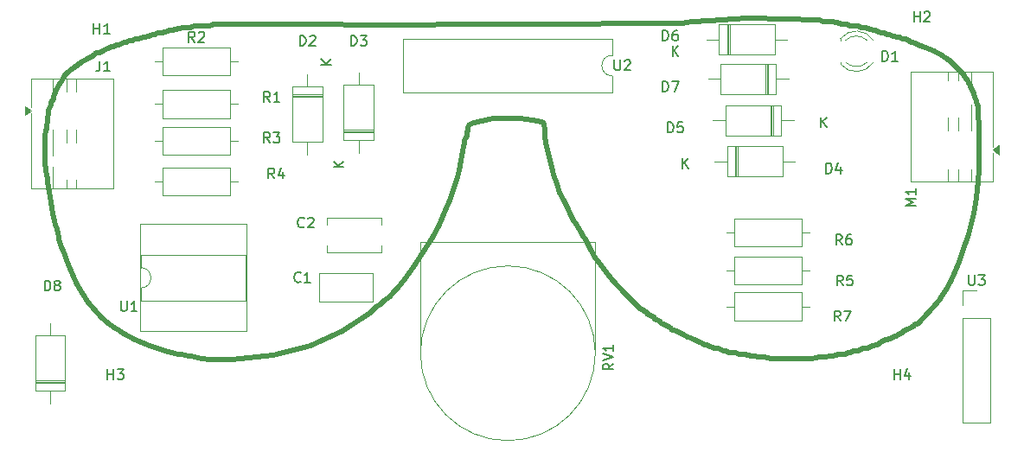
<source format=gbr>
%TF.GenerationSoftware,KiCad,Pcbnew,9.0.1*%
%TF.CreationDate,2025-06-25T16:15:15-04:00*%
%TF.ProjectId,fps555-v5.2,66707335-3535-42d7-9635-2e322e6b6963,rev?*%
%TF.SameCoordinates,Original*%
%TF.FileFunction,Legend,Top*%
%TF.FilePolarity,Positive*%
%FSLAX46Y46*%
G04 Gerber Fmt 4.6, Leading zero omitted, Abs format (unit mm)*
G04 Created by KiCad (PCBNEW 9.0.1) date 2025-06-25 16:15:15*
%MOMM*%
%LPD*%
G01*
G04 APERTURE LIST*
%ADD10C,0.500000*%
%ADD11C,0.150000*%
%ADD12C,0.120000*%
G04 APERTURE END LIST*
D10*
X129022968Y-55711672D02*
X132540823Y-55793954D01*
X132800140Y-55942805D01*
X132849675Y-55975191D01*
X133059576Y-56000378D01*
X133316978Y-56018370D01*
X133612641Y-56024365D01*
X133909026Y-56031325D01*
X134168467Y-56052793D01*
X134377890Y-56082899D01*
X134434501Y-56121041D01*
X134482599Y-56158586D01*
X134601223Y-56189289D01*
X134751394Y-56210640D01*
X134917996Y-56217716D01*
X135084598Y-56224795D01*
X135234769Y-56246144D01*
X135353398Y-56276849D01*
X135401496Y-56314392D01*
X135452712Y-56352173D01*
X135596517Y-56382759D01*
X135777879Y-56404110D01*
X135981544Y-56411067D01*
X136185328Y-56418146D01*
X136366685Y-56439492D01*
X136510496Y-56469961D01*
X136561712Y-56507740D01*
X136608014Y-56545286D01*
X136714285Y-56576110D01*
X136848742Y-56597461D01*
X136996875Y-56604538D01*
X137145007Y-56611617D01*
X137279459Y-56632844D01*
X137385735Y-56663671D01*
X137432033Y-56701213D01*
X137475814Y-56738515D01*
X137568404Y-56769461D01*
X137685357Y-56790813D01*
X137812613Y-56797889D01*
X137944316Y-56808566D01*
X138074576Y-56840469D01*
X138185049Y-56887247D01*
X138253893Y-56942904D01*
X138322738Y-56998555D01*
X138433092Y-57045335D01*
X138563471Y-57077239D01*
X138695168Y-57087913D01*
X138822310Y-57095109D01*
X138939252Y-57116341D01*
X139031972Y-57147284D01*
X139075748Y-57184589D01*
X139114736Y-57221771D01*
X139185620Y-57252959D01*
X139273302Y-57274188D01*
X139365778Y-57281384D01*
X139458373Y-57288460D01*
X139546055Y-57309689D01*
X139616944Y-57340877D01*
X139655926Y-57378059D01*
X139702338Y-57415483D01*
X139810051Y-57446307D01*
X139946433Y-57467658D01*
X140096719Y-57474735D01*
X140242812Y-57481694D01*
X140365871Y-57503162D01*
X140453673Y-57533987D01*
X140477787Y-57571410D01*
X140495291Y-57608471D01*
X140547949Y-57639658D01*
X140625198Y-57661009D01*
X140716590Y-57668086D01*
X140832095Y-57681398D01*
X140986344Y-57724938D01*
X141150316Y-57787430D01*
X141299647Y-57861434D01*
X141441653Y-57935563D01*
X141583669Y-57998052D01*
X141708045Y-58043032D01*
X141783136Y-58054907D01*
X141858217Y-58066780D01*
X141982604Y-58111641D01*
X142124620Y-58174252D01*
X142266636Y-58248256D01*
X142406722Y-58322263D01*
X142543104Y-58384874D01*
X142660529Y-58430572D01*
X142724341Y-58441607D01*
X142950309Y-58493425D01*
X143780813Y-58902435D01*
X144580718Y-59314803D01*
X144860433Y-59513910D01*
X144943794Y-59584557D01*
X145030039Y-59644408D01*
X145107879Y-59686989D01*
X145159334Y-59698626D01*
X145316820Y-59762676D01*
X146012135Y-60448759D01*
X146698703Y-61143714D01*
X146762754Y-61300962D01*
X146775465Y-61354216D01*
X146819604Y-61428822D01*
X146882213Y-61509184D01*
X146956214Y-61584151D01*
X147030226Y-61664277D01*
X147092710Y-61760109D01*
X147135781Y-61856663D01*
X147149571Y-61937507D01*
X147156647Y-62005755D01*
X147177991Y-62063567D01*
X147209305Y-62102311D01*
X147246244Y-62115987D01*
X147283193Y-62130617D01*
X147314497Y-62172718D01*
X147335851Y-62235329D01*
X147342917Y-62309335D01*
X147350118Y-62383342D01*
X147371347Y-62445953D01*
X147402662Y-62488051D01*
X147439600Y-62502687D01*
X147476538Y-62517322D01*
X147507967Y-62559539D01*
X147529197Y-62622150D01*
X147536273Y-62696157D01*
X147543464Y-62770161D01*
X147564693Y-62832656D01*
X147596122Y-62874873D01*
X147633070Y-62889508D01*
X147670133Y-62909417D01*
X147701313Y-62972988D01*
X147722667Y-63064865D01*
X147729743Y-63173895D01*
X147736820Y-63287123D01*
X147758174Y-63392193D01*
X147789115Y-63476034D01*
X147826416Y-63518015D01*
X147863594Y-63556157D01*
X147894670Y-63623806D01*
X147915899Y-63707166D01*
X147923100Y-63794488D01*
X147931847Y-63886126D01*
X147957994Y-63982441D01*
X147996375Y-64068800D01*
X148041957Y-64130091D01*
X148105644Y-64274027D01*
X148135631Y-65063021D01*
X148156507Y-66211730D01*
X148162857Y-68137916D01*
X148157950Y-70480671D01*
X148131553Y-71615943D01*
X148069910Y-72411656D01*
X147950191Y-73235555D01*
X147657776Y-74812584D01*
X147435522Y-75815920D01*
X147151013Y-76843365D01*
X146620375Y-78553653D01*
X146278539Y-79525083D01*
X145850208Y-80551682D01*
X145395865Y-81501525D01*
X144977734Y-82227906D01*
X144808979Y-82490942D01*
X144636976Y-82761298D01*
X144484771Y-83002633D01*
X144386531Y-83161194D01*
X144044684Y-83619381D01*
X143185045Y-84551351D01*
X142245760Y-85539336D01*
X142074961Y-85612139D01*
X142019304Y-85622339D01*
X141953095Y-85654245D01*
X141887612Y-85700423D01*
X141833159Y-85755234D01*
X141689099Y-85884177D01*
X141437212Y-86033980D01*
X141176941Y-86159202D01*
X141016092Y-86192307D01*
X140964762Y-86205510D01*
X140898304Y-86249162D01*
X140829221Y-86311651D01*
X140767930Y-86385658D01*
X140701835Y-86459665D01*
X140618838Y-86522279D01*
X140532478Y-86565100D01*
X140456433Y-86579134D01*
X140390587Y-86586205D01*
X140334930Y-86607434D01*
X140297629Y-86638863D01*
X140284430Y-86675807D01*
X140273515Y-86712631D01*
X140242688Y-86744060D01*
X140196639Y-86765289D01*
X140142300Y-86772485D01*
X140066006Y-86784360D01*
X139940799Y-86829340D01*
X139798181Y-86891829D01*
X139655926Y-86965836D01*
X139514751Y-87039843D01*
X139375370Y-87102451D01*
X139254350Y-87147670D01*
X139184421Y-87159301D01*
X139023817Y-87190606D01*
X138755618Y-87311512D01*
X138497858Y-87451489D01*
X138395069Y-87552125D01*
X138360522Y-87586906D01*
X138301389Y-87616047D01*
X138229183Y-87635963D01*
X138154460Y-87642682D01*
X138060423Y-87655392D01*
X137922843Y-87699537D01*
X137770757Y-87762026D01*
X137625384Y-87836033D01*
X137469091Y-87910154D01*
X137283662Y-87972648D01*
X137098943Y-88015589D01*
X136945534Y-88029498D01*
X136817080Y-88036455D01*
X136708651Y-88057928D01*
X136632481Y-88088869D01*
X136610053Y-88126176D01*
X136586064Y-88163597D01*
X136498148Y-88194424D01*
X136375084Y-88215897D01*
X136228990Y-88222849D01*
X136078699Y-88229931D01*
X135942318Y-88251279D01*
X135834734Y-88282106D01*
X135788193Y-88319527D01*
X135749210Y-88356710D01*
X135678322Y-88387889D01*
X135590650Y-88409119D01*
X135498174Y-88416200D01*
X135405568Y-88423396D01*
X135317891Y-88444625D01*
X135247003Y-88475815D01*
X135208025Y-88512998D01*
X135156810Y-88550777D01*
X135012993Y-88581241D01*
X134831642Y-88602594D01*
X134627977Y-88609666D01*
X134424183Y-88616628D01*
X134242831Y-88637976D01*
X134099015Y-88668565D01*
X134047799Y-88706349D01*
X133991069Y-88744486D01*
X133781645Y-88774592D01*
X133522209Y-88795946D01*
X133225825Y-88803017D01*
X132929559Y-88809979D01*
X132670124Y-88831447D01*
X132460695Y-88861558D01*
X132403959Y-88899695D01*
X132329475Y-88943601D01*
X131693890Y-88970703D01*
X130895178Y-88990370D01*
X129835952Y-88996368D01*
X128759086Y-88990614D01*
X127978854Y-88971305D01*
X127370609Y-88944794D01*
X127327673Y-88899695D01*
X127294813Y-88859753D01*
X127111537Y-88830254D01*
X126866487Y-88809621D01*
X126559784Y-88803017D01*
X126261251Y-88795946D01*
X126000005Y-88774592D01*
X125789025Y-88744486D01*
X125732175Y-88706349D01*
X125680959Y-88668565D01*
X125537138Y-88637976D01*
X125355787Y-88616628D01*
X125152122Y-88609666D01*
X124948332Y-88602594D01*
X124766981Y-88581241D01*
X124623165Y-88550777D01*
X124571949Y-88512998D01*
X124522170Y-88475214D01*
X124391070Y-88444625D01*
X124225314Y-88423282D01*
X124040118Y-88416200D01*
X123854922Y-88409243D01*
X123689156Y-88387889D01*
X123558055Y-88357187D01*
X123508282Y-88319527D01*
X123469299Y-88282345D01*
X123398410Y-88251279D01*
X123310739Y-88230045D01*
X123218263Y-88222849D01*
X123125657Y-88215653D01*
X123037975Y-88194424D01*
X122967097Y-88163364D01*
X122928114Y-88126176D01*
X122887088Y-88088869D01*
X122807685Y-88057928D01*
X122708496Y-88036580D01*
X122602220Y-88029498D01*
X122470523Y-88015107D01*
X122288093Y-87967009D01*
X122090664Y-87898164D01*
X121906900Y-87816718D01*
X121736942Y-87736833D01*
X121581499Y-87672544D01*
X121450995Y-87626007D01*
X121401818Y-87624570D01*
X121352641Y-87621930D01*
X121220343Y-87567715D01*
X121062856Y-87493709D01*
X120890734Y-87402192D01*
X120714898Y-87309115D01*
X120546376Y-87230548D01*
X120402441Y-87172494D01*
X120329513Y-87159301D01*
X120245317Y-87141906D01*
X119961524Y-87017166D01*
X119626759Y-86861002D01*
X119253856Y-86675807D01*
X118882267Y-86490492D01*
X118551937Y-86334328D01*
X118270670Y-86207658D01*
X118197981Y-86192307D01*
X118148804Y-86179000D01*
X118087394Y-86135457D01*
X118025024Y-86072962D01*
X117970924Y-85998961D01*
X117910479Y-85924954D01*
X117829032Y-85862346D01*
X117740157Y-85819768D01*
X117657632Y-85805491D01*
X117583864Y-85798414D01*
X117521618Y-85777180D01*
X117479637Y-85745761D01*
X117465007Y-85708812D01*
X117450128Y-85671874D01*
X117407311Y-85640569D01*
X117343738Y-85619335D01*
X117268652Y-85612139D01*
X117189494Y-85601582D01*
X117113925Y-85570641D01*
X117053356Y-85524820D01*
X117017968Y-85470850D01*
X116984625Y-85412672D01*
X116928973Y-85354857D01*
X116861203Y-85306043D01*
X116791035Y-85274614D01*
X116706113Y-85237676D01*
X116587609Y-85165827D01*
X116459746Y-85076469D01*
X116340759Y-84980989D01*
X116226821Y-84889598D01*
X116114428Y-84812349D01*
X116016194Y-84755862D01*
X115960179Y-84742062D01*
X115904527Y-84725751D01*
X115806054Y-84656782D01*
X115693423Y-84562988D01*
X115579599Y-84451799D01*
X115465525Y-84340735D01*
X115352780Y-84246931D01*
X115253829Y-84178205D01*
X115197695Y-84161775D01*
X115002066Y-84080090D01*
X113580962Y-82635235D01*
X112295877Y-81298939D01*
X111691959Y-80581072D01*
X111174996Y-79860326D01*
X110645920Y-79064255D01*
X110190249Y-78330435D01*
X109947487Y-77863848D01*
X109839894Y-77646751D01*
X109656503Y-77321101D01*
X109440839Y-76958865D01*
X109220863Y-76609112D01*
X108990568Y-76241719D01*
X108743604Y-75825513D01*
X108516666Y-75424658D01*
X108352103Y-75110406D01*
X108190539Y-74787391D01*
X107971761Y-74355834D01*
X107737026Y-73896209D01*
X107521127Y-73477243D01*
X107167052Y-72725789D01*
X106859275Y-71928037D01*
X106545142Y-70938376D01*
X106163239Y-69561297D01*
X105918070Y-68586505D01*
X105771619Y-67860244D01*
X105694374Y-67237130D01*
X105668585Y-66600948D01*
X105650593Y-66085905D01*
X105560758Y-65911625D01*
X105353493Y-65812556D01*
X104513521Y-65648470D01*
X103249307Y-65481386D01*
X101918525Y-65436167D01*
X100638239Y-65511253D01*
X99528632Y-65706762D01*
X98745277Y-65922302D01*
X98371290Y-66103182D01*
X98190173Y-66334670D01*
X98126599Y-66680231D01*
X98116529Y-66843834D01*
X98086299Y-67024112D01*
X98042164Y-67193474D01*
X97989501Y-67321933D01*
X97929653Y-67462388D01*
X97861524Y-67678410D01*
X97796996Y-67923097D01*
X97746257Y-68163223D01*
X97471942Y-69624985D01*
X97289029Y-70519892D01*
X97120269Y-71230081D01*
X96910965Y-71996767D01*
X96662082Y-72781923D01*
X96378169Y-73535172D01*
X95979355Y-74458390D01*
X95337176Y-75846265D01*
X94668003Y-77146344D01*
X93796727Y-78620339D01*
X92855284Y-80061111D01*
X91969733Y-81261036D01*
X91290369Y-82106169D01*
X90913261Y-82532326D01*
X90542396Y-82880171D01*
X89948547Y-83365818D01*
X89609466Y-83637254D01*
X89222885Y-83952948D01*
X88849620Y-84262764D01*
X88554076Y-84513687D01*
X85922253Y-86331205D01*
X82752483Y-87717404D01*
X79110010Y-88645774D01*
X75065483Y-89094006D01*
X73922055Y-89123152D01*
X72953383Y-89087884D01*
X72040367Y-88981499D01*
X71070135Y-88794628D01*
X70840561Y-88746047D01*
X70509154Y-88682479D01*
X70143565Y-88616270D01*
X69795725Y-88557018D01*
X68544227Y-88266511D01*
X67034125Y-87752070D01*
X65572122Y-87138072D01*
X64475290Y-86536431D01*
X64180839Y-86347640D01*
X63893811Y-86164722D01*
X63647397Y-86008559D01*
X63510757Y-85923393D01*
X62917069Y-85498548D01*
X62263383Y-84910469D01*
X61605621Y-84216944D01*
X60996998Y-83468976D01*
X60370924Y-82576108D01*
X59868992Y-81723062D01*
X59439615Y-80814724D01*
X59032968Y-79753453D01*
X58882665Y-79336287D01*
X58707882Y-78878457D01*
X58535894Y-78449058D01*
X58396915Y-78126889D01*
X58281708Y-77856891D01*
X58184396Y-77594212D01*
X58113401Y-77368478D01*
X58095998Y-77245175D01*
X58082480Y-77106158D01*
X58010442Y-76754485D01*
X57916285Y-76335757D01*
X57804749Y-75880687D01*
X57547983Y-74797710D01*
X57323328Y-73696617D01*
X57144323Y-72650584D01*
X57026189Y-71736849D01*
X56984377Y-71373897D01*
X56933760Y-71003148D01*
X56882100Y-70674380D01*
X56838896Y-70461237D01*
X56761052Y-69862118D01*
X56744944Y-68524857D01*
X56760668Y-67178480D01*
X56840755Y-66659842D01*
X56884859Y-66472369D01*
X56938594Y-66152473D01*
X56991453Y-65782087D01*
X57035569Y-65406896D01*
X57079421Y-65049345D01*
X57131621Y-64732572D01*
X57185500Y-64472171D01*
X57227204Y-64396489D01*
X57263775Y-64345029D01*
X57294481Y-64267308D01*
X57315436Y-64178189D01*
X57322464Y-64090631D01*
X57333463Y-64000910D01*
X57366352Y-63905555D01*
X57414677Y-63818957D01*
X57471903Y-63756104D01*
X57525386Y-63699133D01*
X57563073Y-63631001D01*
X57580033Y-63562515D01*
X57572428Y-63504583D01*
X57577574Y-63332103D01*
X57886047Y-62674085D01*
X58205843Y-62050255D01*
X58428604Y-61735640D01*
X58486345Y-61664992D01*
X58535151Y-61590508D01*
X58569634Y-61522621D01*
X58579458Y-61475841D01*
X58628516Y-61353021D01*
X58998555Y-60973753D01*
X59371559Y-60619078D01*
X59619148Y-60437844D01*
X59719505Y-60376792D01*
X59877869Y-60275317D01*
X60057042Y-60158133D01*
X60233575Y-60040107D01*
X60425871Y-59914762D01*
X60653453Y-59775390D01*
X60879632Y-59643449D01*
X61066470Y-59542096D01*
X61234068Y-59450100D01*
X61400167Y-59347788D01*
X61542901Y-59250152D01*
X61629357Y-59176504D01*
X61701587Y-59117374D01*
X61790550Y-59067237D01*
X61881888Y-59032931D01*
X61960775Y-59021780D01*
X62060964Y-59005344D01*
X62247527Y-58936616D01*
X62464807Y-58842823D01*
X62688874Y-58731753D01*
X62913051Y-58620686D01*
X63130582Y-58526887D01*
X63317467Y-58458159D01*
X63418184Y-58441607D01*
X63490654Y-58434531D01*
X63561349Y-58413179D01*
X63620087Y-58381995D01*
X63655806Y-58344932D01*
X63694788Y-58307749D01*
X63765663Y-58276684D01*
X63853331Y-58255454D01*
X63945881Y-58248256D01*
X64038417Y-58241060D01*
X64126096Y-58219831D01*
X64196971Y-58188765D01*
X64235953Y-58151583D01*
X64274948Y-58114401D01*
X64345811Y-58083332D01*
X64433491Y-58061981D01*
X64526027Y-58054907D01*
X64618564Y-58047709D01*
X64706244Y-58026480D01*
X64777131Y-57995292D01*
X64816112Y-57958232D01*
X64858094Y-57920928D01*
X64941815Y-57889862D01*
X65047005Y-57868633D01*
X65160233Y-57861434D01*
X65269143Y-57854480D01*
X65361020Y-57833129D01*
X65424591Y-57801944D01*
X65444622Y-57764761D01*
X65468730Y-57727335D01*
X65556530Y-57696511D01*
X65679593Y-57675160D01*
X65825685Y-57668086D01*
X65975975Y-57661009D01*
X66112352Y-57639658D01*
X66220062Y-57608951D01*
X66266481Y-57571410D01*
X66310620Y-57533987D01*
X66404777Y-57503162D01*
X66523641Y-57481811D01*
X66653301Y-57474735D01*
X66782841Y-57467658D01*
X66901826Y-57446307D01*
X66995983Y-57415363D01*
X67040002Y-57378059D01*
X67078985Y-57340877D01*
X67149872Y-57309689D01*
X67237551Y-57288460D01*
X67330148Y-57281384D01*
X67422625Y-57274188D01*
X67510305Y-57252959D01*
X67581192Y-57221771D01*
X67620173Y-57184589D01*
X67668751Y-57147048D01*
X67790614Y-57116341D01*
X67944744Y-57094992D01*
X68116263Y-57087913D01*
X68302177Y-57077841D01*
X68471779Y-57047732D01*
X68610075Y-57001673D01*
X68697634Y-56942904D01*
X68783875Y-56884848D01*
X68920611Y-56838669D01*
X69086495Y-56808081D01*
X69265212Y-56797889D01*
X69431335Y-56790813D01*
X69581145Y-56769461D01*
X69699289Y-56738756D01*
X69747387Y-56701213D01*
X69801244Y-56663191D01*
X69970844Y-56632844D01*
X70183507Y-56611495D01*
X70424234Y-56604538D01*
X70664964Y-56597461D01*
X70877624Y-56576110D01*
X71047345Y-56545766D01*
X71101081Y-56507740D01*
X71161055Y-56468999D01*
X71421453Y-56439256D01*
X71742424Y-56418024D01*
X72116411Y-56411067D01*
X72490277Y-56404232D01*
X72811249Y-56383003D01*
X73071648Y-56353252D01*
X73131620Y-56314392D01*
X73287069Y-56227672D01*
X79566880Y-56219275D01*
X85604881Y-56217600D01*
X86330185Y-56299878D01*
X86938064Y-56366567D01*
X103005700Y-56258499D01*
X119238624Y-56147429D01*
X119493381Y-56074022D01*
X119581779Y-56044157D01*
X120073797Y-55998098D01*
X120650727Y-55952281D01*
X121314261Y-55911021D01*
X122029487Y-55869877D01*
X122763790Y-55824897D01*
X123417850Y-55782320D01*
X123846767Y-55751013D01*
X125807857Y-55674848D01*
X129022968Y-55711672D01*
D11*
X82126053Y-76075351D02*
X82078434Y-76122971D01*
X82078434Y-76122971D02*
X81935577Y-76170590D01*
X81935577Y-76170590D02*
X81840339Y-76170590D01*
X81840339Y-76170590D02*
X81697482Y-76122971D01*
X81697482Y-76122971D02*
X81602244Y-76027732D01*
X81602244Y-76027732D02*
X81554625Y-75932494D01*
X81554625Y-75932494D02*
X81507006Y-75742018D01*
X81507006Y-75742018D02*
X81507006Y-75599161D01*
X81507006Y-75599161D02*
X81554625Y-75408685D01*
X81554625Y-75408685D02*
X81602244Y-75313447D01*
X81602244Y-75313447D02*
X81697482Y-75218209D01*
X81697482Y-75218209D02*
X81840339Y-75170590D01*
X81840339Y-75170590D02*
X81935577Y-75170590D01*
X81935577Y-75170590D02*
X82078434Y-75218209D01*
X82078434Y-75218209D02*
X82126053Y-75265828D01*
X82507006Y-75265828D02*
X82554625Y-75218209D01*
X82554625Y-75218209D02*
X82649863Y-75170590D01*
X82649863Y-75170590D02*
X82887958Y-75170590D01*
X82887958Y-75170590D02*
X82983196Y-75218209D01*
X82983196Y-75218209D02*
X83030815Y-75265828D01*
X83030815Y-75265828D02*
X83078434Y-75361066D01*
X83078434Y-75361066D02*
X83078434Y-75456304D01*
X83078434Y-75456304D02*
X83030815Y-75599161D01*
X83030815Y-75599161D02*
X82459387Y-76170590D01*
X82459387Y-76170590D02*
X83078434Y-76170590D01*
X117215805Y-57853819D02*
X117215805Y-56853819D01*
X117215805Y-56853819D02*
X117453900Y-56853819D01*
X117453900Y-56853819D02*
X117596757Y-56901438D01*
X117596757Y-56901438D02*
X117691995Y-56996676D01*
X117691995Y-56996676D02*
X117739614Y-57091914D01*
X117739614Y-57091914D02*
X117787233Y-57282390D01*
X117787233Y-57282390D02*
X117787233Y-57425247D01*
X117787233Y-57425247D02*
X117739614Y-57615723D01*
X117739614Y-57615723D02*
X117691995Y-57710961D01*
X117691995Y-57710961D02*
X117596757Y-57806200D01*
X117596757Y-57806200D02*
X117453900Y-57853819D01*
X117453900Y-57853819D02*
X117215805Y-57853819D01*
X118644376Y-56853819D02*
X118453900Y-56853819D01*
X118453900Y-56853819D02*
X118358662Y-56901438D01*
X118358662Y-56901438D02*
X118311043Y-56949057D01*
X118311043Y-56949057D02*
X118215805Y-57091914D01*
X118215805Y-57091914D02*
X118168186Y-57282390D01*
X118168186Y-57282390D02*
X118168186Y-57663342D01*
X118168186Y-57663342D02*
X118215805Y-57758580D01*
X118215805Y-57758580D02*
X118263424Y-57806200D01*
X118263424Y-57806200D02*
X118358662Y-57853819D01*
X118358662Y-57853819D02*
X118549138Y-57853819D01*
X118549138Y-57853819D02*
X118644376Y-57806200D01*
X118644376Y-57806200D02*
X118691995Y-57758580D01*
X118691995Y-57758580D02*
X118739614Y-57663342D01*
X118739614Y-57663342D02*
X118739614Y-57425247D01*
X118739614Y-57425247D02*
X118691995Y-57330009D01*
X118691995Y-57330009D02*
X118644376Y-57282390D01*
X118644376Y-57282390D02*
X118549138Y-57234771D01*
X118549138Y-57234771D02*
X118358662Y-57234771D01*
X118358662Y-57234771D02*
X118263424Y-57282390D01*
X118263424Y-57282390D02*
X118215805Y-57330009D01*
X118215805Y-57330009D02*
X118168186Y-57425247D01*
X118191995Y-59353819D02*
X118191995Y-58353819D01*
X118763423Y-59353819D02*
X118334852Y-58782390D01*
X118763423Y-58353819D02*
X118191995Y-58925247D01*
X64191995Y-83353819D02*
X64191995Y-84163342D01*
X64191995Y-84163342D02*
X64239614Y-84258580D01*
X64239614Y-84258580D02*
X64287233Y-84306200D01*
X64287233Y-84306200D02*
X64382471Y-84353819D01*
X64382471Y-84353819D02*
X64572947Y-84353819D01*
X64572947Y-84353819D02*
X64668185Y-84306200D01*
X64668185Y-84306200D02*
X64715804Y-84258580D01*
X64715804Y-84258580D02*
X64763423Y-84163342D01*
X64763423Y-84163342D02*
X64763423Y-83353819D01*
X65763423Y-84353819D02*
X65191995Y-84353819D01*
X65477709Y-84353819D02*
X65477709Y-83353819D01*
X65477709Y-83353819D02*
X65382471Y-83496676D01*
X65382471Y-83496676D02*
X65287233Y-83591914D01*
X65287233Y-83591914D02*
X65191995Y-83639533D01*
X139893842Y-91025101D02*
X139893842Y-90025101D01*
X139893842Y-90501291D02*
X140465270Y-90501291D01*
X140465270Y-91025101D02*
X140465270Y-90025101D01*
X141370032Y-90358434D02*
X141370032Y-91025101D01*
X141131937Y-89977482D02*
X140893842Y-90691767D01*
X140893842Y-90691767D02*
X141512889Y-90691767D01*
X117215805Y-62853819D02*
X117215805Y-61853819D01*
X117215805Y-61853819D02*
X117453900Y-61853819D01*
X117453900Y-61853819D02*
X117596757Y-61901438D01*
X117596757Y-61901438D02*
X117691995Y-61996676D01*
X117691995Y-61996676D02*
X117739614Y-62091914D01*
X117739614Y-62091914D02*
X117787233Y-62282390D01*
X117787233Y-62282390D02*
X117787233Y-62425247D01*
X117787233Y-62425247D02*
X117739614Y-62615723D01*
X117739614Y-62615723D02*
X117691995Y-62710961D01*
X117691995Y-62710961D02*
X117596757Y-62806200D01*
X117596757Y-62806200D02*
X117453900Y-62853819D01*
X117453900Y-62853819D02*
X117215805Y-62853819D01*
X118120567Y-61853819D02*
X118787233Y-61853819D01*
X118787233Y-61853819D02*
X118358662Y-62853819D01*
X61537809Y-57158764D02*
X61537809Y-56158764D01*
X61537809Y-56634954D02*
X62109237Y-56634954D01*
X62109237Y-57158764D02*
X62109237Y-56158764D01*
X63109237Y-57158764D02*
X62537809Y-57158764D01*
X62823523Y-57158764D02*
X62823523Y-56158764D01*
X62823523Y-56158764D02*
X62728285Y-56301621D01*
X62728285Y-56301621D02*
X62633047Y-56396859D01*
X62633047Y-56396859D02*
X62537809Y-56444478D01*
X134867233Y-81853819D02*
X134533900Y-81377628D01*
X134295805Y-81853819D02*
X134295805Y-80853819D01*
X134295805Y-80853819D02*
X134676757Y-80853819D01*
X134676757Y-80853819D02*
X134771995Y-80901438D01*
X134771995Y-80901438D02*
X134819614Y-80949057D01*
X134819614Y-80949057D02*
X134867233Y-81044295D01*
X134867233Y-81044295D02*
X134867233Y-81187152D01*
X134867233Y-81187152D02*
X134819614Y-81282390D01*
X134819614Y-81282390D02*
X134771995Y-81330009D01*
X134771995Y-81330009D02*
X134676757Y-81377628D01*
X134676757Y-81377628D02*
X134295805Y-81377628D01*
X135771995Y-80853819D02*
X135295805Y-80853819D01*
X135295805Y-80853819D02*
X135248186Y-81330009D01*
X135248186Y-81330009D02*
X135295805Y-81282390D01*
X135295805Y-81282390D02*
X135391043Y-81234771D01*
X135391043Y-81234771D02*
X135629138Y-81234771D01*
X135629138Y-81234771D02*
X135724376Y-81282390D01*
X135724376Y-81282390D02*
X135771995Y-81330009D01*
X135771995Y-81330009D02*
X135819614Y-81425247D01*
X135819614Y-81425247D02*
X135819614Y-81663342D01*
X135819614Y-81663342D02*
X135771995Y-81758580D01*
X135771995Y-81758580D02*
X135724376Y-81806200D01*
X135724376Y-81806200D02*
X135629138Y-81853819D01*
X135629138Y-81853819D02*
X135391043Y-81853819D01*
X135391043Y-81853819D02*
X135295805Y-81806200D01*
X135295805Y-81806200D02*
X135248186Y-81758580D01*
X138715805Y-59853819D02*
X138715805Y-58853819D01*
X138715805Y-58853819D02*
X138953900Y-58853819D01*
X138953900Y-58853819D02*
X139096757Y-58901438D01*
X139096757Y-58901438D02*
X139191995Y-58996676D01*
X139191995Y-58996676D02*
X139239614Y-59091914D01*
X139239614Y-59091914D02*
X139287233Y-59282390D01*
X139287233Y-59282390D02*
X139287233Y-59425247D01*
X139287233Y-59425247D02*
X139239614Y-59615723D01*
X139239614Y-59615723D02*
X139191995Y-59710961D01*
X139191995Y-59710961D02*
X139096757Y-59806200D01*
X139096757Y-59806200D02*
X138953900Y-59853819D01*
X138953900Y-59853819D02*
X138715805Y-59853819D01*
X140239614Y-59853819D02*
X139668186Y-59853819D01*
X139953900Y-59853819D02*
X139953900Y-58853819D01*
X139953900Y-58853819D02*
X139858662Y-58996676D01*
X139858662Y-58996676D02*
X139763424Y-59091914D01*
X139763424Y-59091914D02*
X139668186Y-59139533D01*
X81787233Y-81440683D02*
X81739614Y-81488303D01*
X81739614Y-81488303D02*
X81596757Y-81535922D01*
X81596757Y-81535922D02*
X81501519Y-81535922D01*
X81501519Y-81535922D02*
X81358662Y-81488303D01*
X81358662Y-81488303D02*
X81263424Y-81393064D01*
X81263424Y-81393064D02*
X81215805Y-81297826D01*
X81215805Y-81297826D02*
X81168186Y-81107350D01*
X81168186Y-81107350D02*
X81168186Y-80964493D01*
X81168186Y-80964493D02*
X81215805Y-80774017D01*
X81215805Y-80774017D02*
X81263424Y-80678779D01*
X81263424Y-80678779D02*
X81358662Y-80583541D01*
X81358662Y-80583541D02*
X81501519Y-80535922D01*
X81501519Y-80535922D02*
X81596757Y-80535922D01*
X81596757Y-80535922D02*
X81739614Y-80583541D01*
X81739614Y-80583541D02*
X81787233Y-80631160D01*
X82739614Y-81535922D02*
X82168186Y-81535922D01*
X82453900Y-81535922D02*
X82453900Y-80535922D01*
X82453900Y-80535922D02*
X82358662Y-80678779D01*
X82358662Y-80678779D02*
X82263424Y-80774017D01*
X82263424Y-80774017D02*
X82168186Y-80821636D01*
X142028632Y-74009495D02*
X141028632Y-74009495D01*
X141028632Y-74009495D02*
X141742917Y-73676162D01*
X141742917Y-73676162D02*
X141028632Y-73342829D01*
X141028632Y-73342829D02*
X142028632Y-73342829D01*
X142028632Y-72342829D02*
X142028632Y-72914257D01*
X142028632Y-72628543D02*
X141028632Y-72628543D01*
X141028632Y-72628543D02*
X141171489Y-72723781D01*
X141171489Y-72723781D02*
X141266727Y-72819019D01*
X141266727Y-72819019D02*
X141314346Y-72914257D01*
X147191995Y-80813819D02*
X147191995Y-81623342D01*
X147191995Y-81623342D02*
X147239614Y-81718580D01*
X147239614Y-81718580D02*
X147287233Y-81766200D01*
X147287233Y-81766200D02*
X147382471Y-81813819D01*
X147382471Y-81813819D02*
X147572947Y-81813819D01*
X147572947Y-81813819D02*
X147668185Y-81766200D01*
X147668185Y-81766200D02*
X147715804Y-81718580D01*
X147715804Y-81718580D02*
X147763423Y-81623342D01*
X147763423Y-81623342D02*
X147763423Y-80813819D01*
X148144376Y-80813819D02*
X148763423Y-80813819D01*
X148763423Y-80813819D02*
X148430090Y-81194771D01*
X148430090Y-81194771D02*
X148572947Y-81194771D01*
X148572947Y-81194771D02*
X148668185Y-81242390D01*
X148668185Y-81242390D02*
X148715804Y-81290009D01*
X148715804Y-81290009D02*
X148763423Y-81385247D01*
X148763423Y-81385247D02*
X148763423Y-81623342D01*
X148763423Y-81623342D02*
X148715804Y-81718580D01*
X148715804Y-81718580D02*
X148668185Y-81766200D01*
X148668185Y-81766200D02*
X148572947Y-81813819D01*
X148572947Y-81813819D02*
X148287233Y-81813819D01*
X148287233Y-81813819D02*
X148191995Y-81766200D01*
X148191995Y-81766200D02*
X148144376Y-81718580D01*
X79210522Y-71353819D02*
X78877189Y-70877628D01*
X78639094Y-71353819D02*
X78639094Y-70353819D01*
X78639094Y-70353819D02*
X79020046Y-70353819D01*
X79020046Y-70353819D02*
X79115284Y-70401438D01*
X79115284Y-70401438D02*
X79162903Y-70449057D01*
X79162903Y-70449057D02*
X79210522Y-70544295D01*
X79210522Y-70544295D02*
X79210522Y-70687152D01*
X79210522Y-70687152D02*
X79162903Y-70782390D01*
X79162903Y-70782390D02*
X79115284Y-70830009D01*
X79115284Y-70830009D02*
X79020046Y-70877628D01*
X79020046Y-70877628D02*
X78639094Y-70877628D01*
X80067665Y-70687152D02*
X80067665Y-71353819D01*
X79829570Y-70306200D02*
X79591475Y-71020485D01*
X79591475Y-71020485D02*
X80210522Y-71020485D01*
X71410441Y-57983819D02*
X71077108Y-57507628D01*
X70839013Y-57983819D02*
X70839013Y-56983819D01*
X70839013Y-56983819D02*
X71219965Y-56983819D01*
X71219965Y-56983819D02*
X71315203Y-57031438D01*
X71315203Y-57031438D02*
X71362822Y-57079057D01*
X71362822Y-57079057D02*
X71410441Y-57174295D01*
X71410441Y-57174295D02*
X71410441Y-57317152D01*
X71410441Y-57317152D02*
X71362822Y-57412390D01*
X71362822Y-57412390D02*
X71315203Y-57460009D01*
X71315203Y-57460009D02*
X71219965Y-57507628D01*
X71219965Y-57507628D02*
X70839013Y-57507628D01*
X71791394Y-57079057D02*
X71839013Y-57031438D01*
X71839013Y-57031438D02*
X71934251Y-56983819D01*
X71934251Y-56983819D02*
X72172346Y-56983819D01*
X72172346Y-56983819D02*
X72267584Y-57031438D01*
X72267584Y-57031438D02*
X72315203Y-57079057D01*
X72315203Y-57079057D02*
X72362822Y-57174295D01*
X72362822Y-57174295D02*
X72362822Y-57269533D01*
X72362822Y-57269533D02*
X72315203Y-57412390D01*
X72315203Y-57412390D02*
X71743775Y-57983819D01*
X71743775Y-57983819D02*
X72362822Y-57983819D01*
X81715805Y-58353819D02*
X81715805Y-57353819D01*
X81715805Y-57353819D02*
X81953900Y-57353819D01*
X81953900Y-57353819D02*
X82096757Y-57401438D01*
X82096757Y-57401438D02*
X82191995Y-57496676D01*
X82191995Y-57496676D02*
X82239614Y-57591914D01*
X82239614Y-57591914D02*
X82287233Y-57782390D01*
X82287233Y-57782390D02*
X82287233Y-57925247D01*
X82287233Y-57925247D02*
X82239614Y-58115723D01*
X82239614Y-58115723D02*
X82191995Y-58210961D01*
X82191995Y-58210961D02*
X82096757Y-58306200D01*
X82096757Y-58306200D02*
X81953900Y-58353819D01*
X81953900Y-58353819D02*
X81715805Y-58353819D01*
X82668186Y-57449057D02*
X82715805Y-57401438D01*
X82715805Y-57401438D02*
X82811043Y-57353819D01*
X82811043Y-57353819D02*
X83049138Y-57353819D01*
X83049138Y-57353819D02*
X83144376Y-57401438D01*
X83144376Y-57401438D02*
X83191995Y-57449057D01*
X83191995Y-57449057D02*
X83239614Y-57544295D01*
X83239614Y-57544295D02*
X83239614Y-57639533D01*
X83239614Y-57639533D02*
X83191995Y-57782390D01*
X83191995Y-57782390D02*
X82620567Y-58353819D01*
X82620567Y-58353819D02*
X83239614Y-58353819D01*
X84808719Y-60240904D02*
X83808719Y-60240904D01*
X84808719Y-59669476D02*
X84237290Y-60098047D01*
X83808719Y-59669476D02*
X84380147Y-60240904D01*
X112509674Y-59750479D02*
X112509674Y-60560002D01*
X112509674Y-60560002D02*
X112557293Y-60655240D01*
X112557293Y-60655240D02*
X112604912Y-60702860D01*
X112604912Y-60702860D02*
X112700150Y-60750479D01*
X112700150Y-60750479D02*
X112890626Y-60750479D01*
X112890626Y-60750479D02*
X112985864Y-60702860D01*
X112985864Y-60702860D02*
X113033483Y-60655240D01*
X113033483Y-60655240D02*
X113081102Y-60560002D01*
X113081102Y-60560002D02*
X113081102Y-59750479D01*
X113509674Y-59845717D02*
X113557293Y-59798098D01*
X113557293Y-59798098D02*
X113652531Y-59750479D01*
X113652531Y-59750479D02*
X113890626Y-59750479D01*
X113890626Y-59750479D02*
X113985864Y-59798098D01*
X113985864Y-59798098D02*
X114033483Y-59845717D01*
X114033483Y-59845717D02*
X114081102Y-59940955D01*
X114081102Y-59940955D02*
X114081102Y-60036193D01*
X114081102Y-60036193D02*
X114033483Y-60179050D01*
X114033483Y-60179050D02*
X113462055Y-60750479D01*
X113462055Y-60750479D02*
X114081102Y-60750479D01*
X141829089Y-56008906D02*
X141829089Y-55008906D01*
X141829089Y-55485096D02*
X142400517Y-55485096D01*
X142400517Y-56008906D02*
X142400517Y-55008906D01*
X142829089Y-55104144D02*
X142876708Y-55056525D01*
X142876708Y-55056525D02*
X142971946Y-55008906D01*
X142971946Y-55008906D02*
X143210041Y-55008906D01*
X143210041Y-55008906D02*
X143305279Y-55056525D01*
X143305279Y-55056525D02*
X143352898Y-55104144D01*
X143352898Y-55104144D02*
X143400517Y-55199382D01*
X143400517Y-55199382D02*
X143400517Y-55294620D01*
X143400517Y-55294620D02*
X143352898Y-55437477D01*
X143352898Y-55437477D02*
X142781470Y-56008906D01*
X142781470Y-56008906D02*
X143400517Y-56008906D01*
X56715805Y-82353819D02*
X56715805Y-81353819D01*
X56715805Y-81353819D02*
X56953900Y-81353819D01*
X56953900Y-81353819D02*
X57096757Y-81401438D01*
X57096757Y-81401438D02*
X57191995Y-81496676D01*
X57191995Y-81496676D02*
X57239614Y-81591914D01*
X57239614Y-81591914D02*
X57287233Y-81782390D01*
X57287233Y-81782390D02*
X57287233Y-81925247D01*
X57287233Y-81925247D02*
X57239614Y-82115723D01*
X57239614Y-82115723D02*
X57191995Y-82210961D01*
X57191995Y-82210961D02*
X57096757Y-82306200D01*
X57096757Y-82306200D02*
X56953900Y-82353819D01*
X56953900Y-82353819D02*
X56715805Y-82353819D01*
X57858662Y-81782390D02*
X57763424Y-81734771D01*
X57763424Y-81734771D02*
X57715805Y-81687152D01*
X57715805Y-81687152D02*
X57668186Y-81591914D01*
X57668186Y-81591914D02*
X57668186Y-81544295D01*
X57668186Y-81544295D02*
X57715805Y-81449057D01*
X57715805Y-81449057D02*
X57763424Y-81401438D01*
X57763424Y-81401438D02*
X57858662Y-81353819D01*
X57858662Y-81353819D02*
X58049138Y-81353819D01*
X58049138Y-81353819D02*
X58144376Y-81401438D01*
X58144376Y-81401438D02*
X58191995Y-81449057D01*
X58191995Y-81449057D02*
X58239614Y-81544295D01*
X58239614Y-81544295D02*
X58239614Y-81591914D01*
X58239614Y-81591914D02*
X58191995Y-81687152D01*
X58191995Y-81687152D02*
X58144376Y-81734771D01*
X58144376Y-81734771D02*
X58049138Y-81782390D01*
X58049138Y-81782390D02*
X57858662Y-81782390D01*
X57858662Y-81782390D02*
X57763424Y-81830009D01*
X57763424Y-81830009D02*
X57715805Y-81877628D01*
X57715805Y-81877628D02*
X57668186Y-81972866D01*
X57668186Y-81972866D02*
X57668186Y-82163342D01*
X57668186Y-82163342D02*
X57715805Y-82258580D01*
X57715805Y-82258580D02*
X57763424Y-82306200D01*
X57763424Y-82306200D02*
X57858662Y-82353819D01*
X57858662Y-82353819D02*
X58049138Y-82353819D01*
X58049138Y-82353819D02*
X58144376Y-82306200D01*
X58144376Y-82306200D02*
X58191995Y-82258580D01*
X58191995Y-82258580D02*
X58239614Y-82163342D01*
X58239614Y-82163342D02*
X58239614Y-81972866D01*
X58239614Y-81972866D02*
X58191995Y-81877628D01*
X58191995Y-81877628D02*
X58144376Y-81830009D01*
X58144376Y-81830009D02*
X58049138Y-81782390D01*
X133215805Y-70853819D02*
X133215805Y-69853819D01*
X133215805Y-69853819D02*
X133453900Y-69853819D01*
X133453900Y-69853819D02*
X133596757Y-69901438D01*
X133596757Y-69901438D02*
X133691995Y-69996676D01*
X133691995Y-69996676D02*
X133739614Y-70091914D01*
X133739614Y-70091914D02*
X133787233Y-70282390D01*
X133787233Y-70282390D02*
X133787233Y-70425247D01*
X133787233Y-70425247D02*
X133739614Y-70615723D01*
X133739614Y-70615723D02*
X133691995Y-70710961D01*
X133691995Y-70710961D02*
X133596757Y-70806200D01*
X133596757Y-70806200D02*
X133453900Y-70853819D01*
X133453900Y-70853819D02*
X133215805Y-70853819D01*
X134644376Y-70187152D02*
X134644376Y-70853819D01*
X134406281Y-69806200D02*
X134168186Y-70520485D01*
X134168186Y-70520485D02*
X134787233Y-70520485D01*
X119191995Y-70353819D02*
X119191995Y-69353819D01*
X119763423Y-70353819D02*
X119334852Y-69782390D01*
X119763423Y-69353819D02*
X119191995Y-69925247D01*
X134787233Y-77853819D02*
X134453900Y-77377628D01*
X134215805Y-77853819D02*
X134215805Y-76853819D01*
X134215805Y-76853819D02*
X134596757Y-76853819D01*
X134596757Y-76853819D02*
X134691995Y-76901438D01*
X134691995Y-76901438D02*
X134739614Y-76949057D01*
X134739614Y-76949057D02*
X134787233Y-77044295D01*
X134787233Y-77044295D02*
X134787233Y-77187152D01*
X134787233Y-77187152D02*
X134739614Y-77282390D01*
X134739614Y-77282390D02*
X134691995Y-77330009D01*
X134691995Y-77330009D02*
X134596757Y-77377628D01*
X134596757Y-77377628D02*
X134215805Y-77377628D01*
X135644376Y-76853819D02*
X135453900Y-76853819D01*
X135453900Y-76853819D02*
X135358662Y-76901438D01*
X135358662Y-76901438D02*
X135311043Y-76949057D01*
X135311043Y-76949057D02*
X135215805Y-77091914D01*
X135215805Y-77091914D02*
X135168186Y-77282390D01*
X135168186Y-77282390D02*
X135168186Y-77663342D01*
X135168186Y-77663342D02*
X135215805Y-77758580D01*
X135215805Y-77758580D02*
X135263424Y-77806200D01*
X135263424Y-77806200D02*
X135358662Y-77853819D01*
X135358662Y-77853819D02*
X135549138Y-77853819D01*
X135549138Y-77853819D02*
X135644376Y-77806200D01*
X135644376Y-77806200D02*
X135691995Y-77758580D01*
X135691995Y-77758580D02*
X135739614Y-77663342D01*
X135739614Y-77663342D02*
X135739614Y-77425247D01*
X135739614Y-77425247D02*
X135691995Y-77330009D01*
X135691995Y-77330009D02*
X135644376Y-77282390D01*
X135644376Y-77282390D02*
X135549138Y-77234771D01*
X135549138Y-77234771D02*
X135358662Y-77234771D01*
X135358662Y-77234771D02*
X135263424Y-77282390D01*
X135263424Y-77282390D02*
X135215805Y-77330009D01*
X135215805Y-77330009D02*
X135168186Y-77425247D01*
X78787233Y-63853819D02*
X78453900Y-63377628D01*
X78215805Y-63853819D02*
X78215805Y-62853819D01*
X78215805Y-62853819D02*
X78596757Y-62853819D01*
X78596757Y-62853819D02*
X78691995Y-62901438D01*
X78691995Y-62901438D02*
X78739614Y-62949057D01*
X78739614Y-62949057D02*
X78787233Y-63044295D01*
X78787233Y-63044295D02*
X78787233Y-63187152D01*
X78787233Y-63187152D02*
X78739614Y-63282390D01*
X78739614Y-63282390D02*
X78691995Y-63330009D01*
X78691995Y-63330009D02*
X78596757Y-63377628D01*
X78596757Y-63377628D02*
X78215805Y-63377628D01*
X79739614Y-63853819D02*
X79168186Y-63853819D01*
X79453900Y-63853819D02*
X79453900Y-62853819D01*
X79453900Y-62853819D02*
X79358662Y-62996676D01*
X79358662Y-62996676D02*
X79263424Y-63091914D01*
X79263424Y-63091914D02*
X79168186Y-63139533D01*
X62890496Y-91047214D02*
X62890496Y-90047214D01*
X62890496Y-90523404D02*
X63461924Y-90523404D01*
X63461924Y-91047214D02*
X63461924Y-90047214D01*
X63842877Y-90047214D02*
X64461924Y-90047214D01*
X64461924Y-90047214D02*
X64128591Y-90428166D01*
X64128591Y-90428166D02*
X64271448Y-90428166D01*
X64271448Y-90428166D02*
X64366686Y-90475785D01*
X64366686Y-90475785D02*
X64414305Y-90523404D01*
X64414305Y-90523404D02*
X64461924Y-90618642D01*
X64461924Y-90618642D02*
X64461924Y-90856737D01*
X64461924Y-90856737D02*
X64414305Y-90951975D01*
X64414305Y-90951975D02*
X64366686Y-90999595D01*
X64366686Y-90999595D02*
X64271448Y-91047214D01*
X64271448Y-91047214D02*
X63985734Y-91047214D01*
X63985734Y-91047214D02*
X63890496Y-90999595D01*
X63890496Y-90999595D02*
X63842877Y-90951975D01*
X134627215Y-85321057D02*
X134293882Y-84844866D01*
X134055787Y-85321057D02*
X134055787Y-84321057D01*
X134055787Y-84321057D02*
X134436739Y-84321057D01*
X134436739Y-84321057D02*
X134531977Y-84368676D01*
X134531977Y-84368676D02*
X134579596Y-84416295D01*
X134579596Y-84416295D02*
X134627215Y-84511533D01*
X134627215Y-84511533D02*
X134627215Y-84654390D01*
X134627215Y-84654390D02*
X134579596Y-84749628D01*
X134579596Y-84749628D02*
X134531977Y-84797247D01*
X134531977Y-84797247D02*
X134436739Y-84844866D01*
X134436739Y-84844866D02*
X134055787Y-84844866D01*
X134960549Y-84321057D02*
X135627215Y-84321057D01*
X135627215Y-84321057D02*
X135198644Y-85321057D01*
X117715805Y-66853819D02*
X117715805Y-65853819D01*
X117715805Y-65853819D02*
X117953900Y-65853819D01*
X117953900Y-65853819D02*
X118096757Y-65901438D01*
X118096757Y-65901438D02*
X118191995Y-65996676D01*
X118191995Y-65996676D02*
X118239614Y-66091914D01*
X118239614Y-66091914D02*
X118287233Y-66282390D01*
X118287233Y-66282390D02*
X118287233Y-66425247D01*
X118287233Y-66425247D02*
X118239614Y-66615723D01*
X118239614Y-66615723D02*
X118191995Y-66710961D01*
X118191995Y-66710961D02*
X118096757Y-66806200D01*
X118096757Y-66806200D02*
X117953900Y-66853819D01*
X117953900Y-66853819D02*
X117715805Y-66853819D01*
X119191995Y-65853819D02*
X118715805Y-65853819D01*
X118715805Y-65853819D02*
X118668186Y-66330009D01*
X118668186Y-66330009D02*
X118715805Y-66282390D01*
X118715805Y-66282390D02*
X118811043Y-66234771D01*
X118811043Y-66234771D02*
X119049138Y-66234771D01*
X119049138Y-66234771D02*
X119144376Y-66282390D01*
X119144376Y-66282390D02*
X119191995Y-66330009D01*
X119191995Y-66330009D02*
X119239614Y-66425247D01*
X119239614Y-66425247D02*
X119239614Y-66663342D01*
X119239614Y-66663342D02*
X119191995Y-66758580D01*
X119191995Y-66758580D02*
X119144376Y-66806200D01*
X119144376Y-66806200D02*
X119049138Y-66853819D01*
X119049138Y-66853819D02*
X118811043Y-66853819D01*
X118811043Y-66853819D02*
X118715805Y-66806200D01*
X118715805Y-66806200D02*
X118668186Y-66758580D01*
X132691995Y-66353819D02*
X132691995Y-65353819D01*
X133263423Y-66353819D02*
X132834852Y-65782390D01*
X133263423Y-65353819D02*
X132691995Y-65925247D01*
X62120566Y-59853819D02*
X62120566Y-60568104D01*
X62120566Y-60568104D02*
X62072947Y-60710961D01*
X62072947Y-60710961D02*
X61977709Y-60806200D01*
X61977709Y-60806200D02*
X61834852Y-60853819D01*
X61834852Y-60853819D02*
X61739614Y-60853819D01*
X63120566Y-60853819D02*
X62549138Y-60853819D01*
X62834852Y-60853819D02*
X62834852Y-59853819D01*
X62834852Y-59853819D02*
X62739614Y-59996676D01*
X62739614Y-59996676D02*
X62644376Y-60091914D01*
X62644376Y-60091914D02*
X62549138Y-60139533D01*
X78787233Y-67853819D02*
X78453900Y-67377628D01*
X78215805Y-67853819D02*
X78215805Y-66853819D01*
X78215805Y-66853819D02*
X78596757Y-66853819D01*
X78596757Y-66853819D02*
X78691995Y-66901438D01*
X78691995Y-66901438D02*
X78739614Y-66949057D01*
X78739614Y-66949057D02*
X78787233Y-67044295D01*
X78787233Y-67044295D02*
X78787233Y-67187152D01*
X78787233Y-67187152D02*
X78739614Y-67282390D01*
X78739614Y-67282390D02*
X78691995Y-67330009D01*
X78691995Y-67330009D02*
X78596757Y-67377628D01*
X78596757Y-67377628D02*
X78215805Y-67377628D01*
X79120567Y-66853819D02*
X79739614Y-66853819D01*
X79739614Y-66853819D02*
X79406281Y-67234771D01*
X79406281Y-67234771D02*
X79549138Y-67234771D01*
X79549138Y-67234771D02*
X79644376Y-67282390D01*
X79644376Y-67282390D02*
X79691995Y-67330009D01*
X79691995Y-67330009D02*
X79739614Y-67425247D01*
X79739614Y-67425247D02*
X79739614Y-67663342D01*
X79739614Y-67663342D02*
X79691995Y-67758580D01*
X79691995Y-67758580D02*
X79644376Y-67806200D01*
X79644376Y-67806200D02*
X79549138Y-67853819D01*
X79549138Y-67853819D02*
X79263424Y-67853819D01*
X79263424Y-67853819D02*
X79168186Y-67806200D01*
X79168186Y-67806200D02*
X79120567Y-67758580D01*
X112408719Y-89494238D02*
X111932528Y-89827571D01*
X112408719Y-90065666D02*
X111408719Y-90065666D01*
X111408719Y-90065666D02*
X111408719Y-89684714D01*
X111408719Y-89684714D02*
X111456338Y-89589476D01*
X111456338Y-89589476D02*
X111503957Y-89541857D01*
X111503957Y-89541857D02*
X111599195Y-89494238D01*
X111599195Y-89494238D02*
X111742052Y-89494238D01*
X111742052Y-89494238D02*
X111837290Y-89541857D01*
X111837290Y-89541857D02*
X111884909Y-89589476D01*
X111884909Y-89589476D02*
X111932528Y-89684714D01*
X111932528Y-89684714D02*
X111932528Y-90065666D01*
X111408719Y-89208523D02*
X112408719Y-88875190D01*
X112408719Y-88875190D02*
X111408719Y-88541857D01*
X112408719Y-87684714D02*
X112408719Y-88256142D01*
X112408719Y-87970428D02*
X111408719Y-87970428D01*
X111408719Y-87970428D02*
X111551576Y-88065666D01*
X111551576Y-88065666D02*
X111646814Y-88160904D01*
X111646814Y-88160904D02*
X111694433Y-88256142D01*
X86715805Y-58353819D02*
X86715805Y-57353819D01*
X86715805Y-57353819D02*
X86953900Y-57353819D01*
X86953900Y-57353819D02*
X87096757Y-57401438D01*
X87096757Y-57401438D02*
X87191995Y-57496676D01*
X87191995Y-57496676D02*
X87239614Y-57591914D01*
X87239614Y-57591914D02*
X87287233Y-57782390D01*
X87287233Y-57782390D02*
X87287233Y-57925247D01*
X87287233Y-57925247D02*
X87239614Y-58115723D01*
X87239614Y-58115723D02*
X87191995Y-58210961D01*
X87191995Y-58210961D02*
X87096757Y-58306200D01*
X87096757Y-58306200D02*
X86953900Y-58353819D01*
X86953900Y-58353819D02*
X86715805Y-58353819D01*
X87620567Y-57353819D02*
X88239614Y-57353819D01*
X88239614Y-57353819D02*
X87906281Y-57734771D01*
X87906281Y-57734771D02*
X88049138Y-57734771D01*
X88049138Y-57734771D02*
X88144376Y-57782390D01*
X88144376Y-57782390D02*
X88191995Y-57830009D01*
X88191995Y-57830009D02*
X88239614Y-57925247D01*
X88239614Y-57925247D02*
X88239614Y-58163342D01*
X88239614Y-58163342D02*
X88191995Y-58258580D01*
X88191995Y-58258580D02*
X88144376Y-58306200D01*
X88144376Y-58306200D02*
X88049138Y-58353819D01*
X88049138Y-58353819D02*
X87763424Y-58353819D01*
X87763424Y-58353819D02*
X87668186Y-58306200D01*
X87668186Y-58306200D02*
X87620567Y-58258580D01*
X86008719Y-70240904D02*
X85008719Y-70240904D01*
X86008719Y-69669476D02*
X85437290Y-70098047D01*
X85008719Y-69669476D02*
X85580147Y-70240904D01*
D12*
%TO.C,C2*%
X84333900Y-75873000D02*
X84333900Y-75179000D01*
X84333900Y-78619000D02*
X84333900Y-77925000D01*
X89673900Y-75179000D02*
X84333900Y-75179000D01*
X89673900Y-75873000D02*
X89673900Y-75179000D01*
X89673900Y-78619000D02*
X84333900Y-78619000D01*
X89673900Y-78619000D02*
X89673900Y-77925000D01*
%TO.C,D6*%
X121534639Y-57737081D02*
X122754639Y-57737081D01*
X122754639Y-56267081D02*
X122754639Y-59207081D01*
X122754639Y-59207081D02*
X128194639Y-59207081D01*
X123534639Y-56267081D02*
X123534639Y-59207081D01*
X123654639Y-56267081D02*
X123654639Y-59207081D01*
X123774639Y-56267081D02*
X123774639Y-59207081D01*
X128194639Y-56267081D02*
X122754639Y-56267081D01*
X128194639Y-59207081D02*
X128194639Y-56267081D01*
X129414639Y-57737081D02*
X128194639Y-57737081D01*
%TO.C,U1*%
X66123900Y-78839000D02*
X66123900Y-80089000D01*
X66123900Y-82089000D02*
X66123900Y-83339000D01*
X66123900Y-83339000D02*
X76403900Y-83339000D01*
X76403900Y-78839000D02*
X66123900Y-78839000D01*
X76403900Y-83339000D02*
X76403900Y-78839000D01*
X66063900Y-86339000D02*
X76463900Y-86339000D01*
X76463900Y-75839000D01*
X66063900Y-75839000D01*
X66063900Y-86339000D01*
X66123900Y-80089000D02*
G75*
G02*
X66123900Y-82089000I0J-1000000D01*
G01*
%TO.C,D7*%
X121681552Y-61617072D02*
X122901552Y-61617072D01*
X122901552Y-60147072D02*
X122901552Y-63087072D01*
X122901552Y-63087072D02*
X128341552Y-63087072D01*
X127321552Y-63087072D02*
X127321552Y-60147072D01*
X127441552Y-63087072D02*
X127441552Y-60147072D01*
X127561552Y-63087072D02*
X127561552Y-60147072D01*
X128341552Y-60147072D02*
X122901552Y-60147072D01*
X128341552Y-63087072D02*
X128341552Y-60147072D01*
X129561552Y-61617072D02*
X128341552Y-61617072D01*
%TO.C,R5*%
X123493900Y-80399000D02*
X124263900Y-80399000D01*
X124263900Y-79029000D02*
X124263900Y-81769000D01*
X124263900Y-81769000D02*
X130803900Y-81769000D01*
X130803900Y-79029000D02*
X124263900Y-79029000D01*
X130803900Y-81769000D02*
X130803900Y-79029000D01*
X131573900Y-80399000D02*
X130803900Y-80399000D01*
%TO.C,D1*%
X134623900Y-57663000D02*
X134623900Y-57819000D01*
X134623900Y-59979000D02*
X134623900Y-60135000D01*
X134623900Y-57663484D02*
G75*
G02*
X137855297Y-57818939I1560000J-1235516D01*
G01*
X135142939Y-57819000D02*
G75*
G02*
X137224810Y-57818951I1040961J-1080000D01*
G01*
X137224810Y-59979049D02*
G75*
G02*
X135142939Y-59979000I-1040910J1080049D01*
G01*
X137855297Y-59979061D02*
G75*
G02*
X134623900Y-60134516I-1671397J1080061D01*
G01*
%TO.C,C1*%
X83583900Y-80662326D02*
X83583900Y-83402326D01*
X83583900Y-80662326D02*
X88823900Y-80662326D01*
X83583900Y-83402326D02*
X88823900Y-83402326D01*
X88823900Y-80662326D02*
X88823900Y-83402326D01*
%TO.C,M1*%
X141519567Y-60931775D02*
X149559567Y-60931775D01*
X141519567Y-71671775D02*
X141519567Y-60931775D01*
X141519567Y-71671775D02*
X149559567Y-71671775D01*
X145139567Y-61739775D02*
X145139567Y-60931775D01*
X145139567Y-66671775D02*
X145139567Y-65363775D01*
X145139567Y-71671775D02*
X145139567Y-70431775D01*
X146139567Y-61739775D02*
X146139567Y-60931775D01*
X146139567Y-66671775D02*
X146139567Y-65363775D01*
X146139567Y-71671775D02*
X146139567Y-70431775D01*
X147439567Y-63008775D02*
X147439567Y-60931775D01*
X147439567Y-66671775D02*
X147439567Y-64094775D01*
X147439567Y-71671775D02*
X147439567Y-70431775D01*
X149559567Y-68251775D02*
X149559567Y-60931775D01*
X149559567Y-71671775D02*
X149559567Y-68851775D01*
X150169567Y-68991775D02*
X149559567Y-68551775D01*
X150169567Y-68111775D01*
X150169567Y-68991775D01*
G36*
X150169567Y-68991775D02*
G01*
X149559567Y-68551775D01*
X150169567Y-68111775D01*
X150169567Y-68991775D01*
G37*
%TO.C,U3*%
X146573900Y-82359000D02*
X147953900Y-82359000D01*
X146573900Y-83739000D02*
X146573900Y-82359000D01*
X146573900Y-85009000D02*
X146573900Y-95279000D01*
X146573900Y-85009000D02*
X149333900Y-85009000D01*
X146573900Y-95279000D02*
X149333900Y-95279000D01*
X149333900Y-85009000D02*
X149333900Y-95279000D01*
%TO.C,R4*%
X67537108Y-71666498D02*
X68307108Y-71666498D01*
X68307108Y-70296498D02*
X68307108Y-73036498D01*
X68307108Y-73036498D02*
X74847108Y-73036498D01*
X74847108Y-70296498D02*
X68307108Y-70296498D01*
X74847108Y-73036498D02*
X74847108Y-70296498D01*
X75617108Y-71666498D02*
X74847108Y-71666498D01*
%TO.C,R2*%
X67537108Y-59899000D02*
X68307108Y-59899000D01*
X68307108Y-58529000D02*
X68307108Y-61269000D01*
X68307108Y-61269000D02*
X74847108Y-61269000D01*
X74847108Y-58529000D02*
X68307108Y-58529000D01*
X74847108Y-61269000D02*
X74847108Y-58529000D01*
X75617108Y-59899000D02*
X74847108Y-59899000D01*
%TO.C,D2*%
X80983900Y-62339000D02*
X80983900Y-67779000D01*
X80983900Y-67779000D02*
X83923900Y-67779000D01*
X82453900Y-61119000D02*
X82453900Y-62339000D01*
X82453900Y-68999000D02*
X82453900Y-67779000D01*
X83923900Y-62339000D02*
X80983900Y-62339000D01*
X83923900Y-63119000D02*
X80983900Y-63119000D01*
X83923900Y-63239000D02*
X80983900Y-63239000D01*
X83923900Y-63359000D02*
X80983900Y-63359000D01*
X83923900Y-67779000D02*
X83923900Y-62339000D01*
%TO.C,U2*%
X91831579Y-57645660D02*
X91831579Y-62945660D01*
X91831579Y-62945660D02*
X112271579Y-62945660D01*
X112271579Y-57645660D02*
X91831579Y-57645660D01*
X112271579Y-59295660D02*
X112271579Y-57645660D01*
X112271579Y-62945660D02*
X112271579Y-61295660D01*
X112271579Y-61295660D02*
G75*
G02*
X112271579Y-59295660I0J1000000D01*
G01*
%TO.C,D8*%
X55789245Y-86719000D02*
X55789245Y-92159000D01*
X55789245Y-91139000D02*
X58729245Y-91139000D01*
X55789245Y-91259000D02*
X58729245Y-91259000D01*
X55789245Y-91379000D02*
X58729245Y-91379000D01*
X55789245Y-92159000D02*
X58729245Y-92159000D01*
X57259245Y-85499000D02*
X57259245Y-86719000D01*
X57259245Y-93379000D02*
X57259245Y-92159000D01*
X58729245Y-86719000D02*
X55789245Y-86719000D01*
X58729245Y-92159000D02*
X58729245Y-86719000D01*
%TO.C,D4*%
X122298586Y-69666418D02*
X123518586Y-69666418D01*
X123518586Y-68196418D02*
X123518586Y-71136418D01*
X123518586Y-71136418D02*
X128958586Y-71136418D01*
X124298586Y-68196418D02*
X124298586Y-71136418D01*
X124418586Y-68196418D02*
X124418586Y-71136418D01*
X124538586Y-68196418D02*
X124538586Y-71136418D01*
X128958586Y-68196418D02*
X123518586Y-68196418D01*
X128958586Y-71136418D02*
X128958586Y-68196418D01*
X130178586Y-69666418D02*
X128958586Y-69666418D01*
%TO.C,R6*%
X123493900Y-76659568D02*
X124263900Y-76659568D01*
X124263900Y-75289568D02*
X124263900Y-78029568D01*
X124263900Y-78029568D02*
X130803900Y-78029568D01*
X130803900Y-75289568D02*
X124263900Y-75289568D01*
X130803900Y-78029568D02*
X130803900Y-75289568D01*
X131573900Y-76659568D02*
X130803900Y-76659568D01*
%TO.C,R1*%
X67537108Y-64070328D02*
X68307108Y-64070328D01*
X68307108Y-62700328D02*
X68307108Y-65440328D01*
X68307108Y-65440328D02*
X74847108Y-65440328D01*
X74847108Y-62700328D02*
X68307108Y-62700328D01*
X74847108Y-65440328D02*
X74847108Y-62700328D01*
X75617108Y-64070328D02*
X74847108Y-64070328D01*
%TO.C,R7*%
X123493900Y-83899000D02*
X124263900Y-83899000D01*
X124263900Y-82529000D02*
X124263900Y-85269000D01*
X124263900Y-85269000D02*
X130803900Y-85269000D01*
X130803900Y-82529000D02*
X124263900Y-82529000D01*
X130803900Y-85269000D02*
X130803900Y-82529000D01*
X131573900Y-83899000D02*
X130803900Y-83899000D01*
%TO.C,D5*%
X122158053Y-65670384D02*
X123378053Y-65670384D01*
X123378053Y-64200384D02*
X123378053Y-67140384D01*
X123378053Y-67140384D02*
X128818053Y-67140384D01*
X127798053Y-67140384D02*
X127798053Y-64200384D01*
X127918053Y-67140384D02*
X127918053Y-64200384D01*
X128038053Y-67140384D02*
X128038053Y-64200384D01*
X128818053Y-64200384D02*
X123378053Y-64200384D01*
X128818053Y-67140384D02*
X128818053Y-64200384D01*
X130038053Y-65670384D02*
X128818053Y-65670384D01*
%TO.C,J1*%
X55412944Y-61573835D02*
X55412944Y-64393835D01*
X55412944Y-64993835D02*
X55412944Y-72313835D01*
X57532944Y-61573835D02*
X57532944Y-62813835D01*
X57532944Y-66573835D02*
X57532944Y-69150835D01*
X57532944Y-70236835D02*
X57532944Y-72313835D01*
X58832944Y-61573835D02*
X58832944Y-62813835D01*
X58832944Y-66573835D02*
X58832944Y-67881835D01*
X58832944Y-71505835D02*
X58832944Y-72313835D01*
X59832944Y-61573835D02*
X59832944Y-62813835D01*
X59832944Y-66573835D02*
X59832944Y-67881835D01*
X59832944Y-71505835D02*
X59832944Y-72313835D01*
X63452944Y-61573835D02*
X55412944Y-61573835D01*
X63452944Y-61573835D02*
X63452944Y-72313835D01*
X63452944Y-72313835D02*
X55412944Y-72313835D01*
X55412944Y-64693835D02*
X54802944Y-65133835D01*
X54802944Y-64253835D01*
X55412944Y-64693835D01*
G36*
X55412944Y-64693835D02*
G01*
X54802944Y-65133835D01*
X54802944Y-64253835D01*
X55412944Y-64693835D01*
G37*
%TO.C,R3*%
X67537108Y-67666498D02*
X68307108Y-67666498D01*
X68307108Y-66296498D02*
X68307108Y-69036498D01*
X68307108Y-69036498D02*
X74847108Y-69036498D01*
X74847108Y-66296498D02*
X68307108Y-66296498D01*
X74847108Y-69036498D02*
X74847108Y-66296498D01*
X75617108Y-67666498D02*
X74847108Y-67666498D01*
%TO.C,RV1*%
X93514328Y-88480214D02*
X93514328Y-77570214D01*
X110634328Y-77570214D02*
X93514328Y-77570214D01*
X110634328Y-88480214D02*
X110634328Y-77570214D01*
X110634328Y-88480214D02*
G75*
G02*
X93514328Y-88480214I-8560000J0D01*
G01*
X93514328Y-88480214D02*
G75*
G02*
X110634328Y-88480214I8560000J0D01*
G01*
%TO.C,D3*%
X85983900Y-62179000D02*
X85983900Y-67619000D01*
X85983900Y-66599000D02*
X88923900Y-66599000D01*
X85983900Y-66719000D02*
X88923900Y-66719000D01*
X85983900Y-66839000D02*
X88923900Y-66839000D01*
X85983900Y-67619000D02*
X88923900Y-67619000D01*
X87453900Y-60959000D02*
X87453900Y-62179000D01*
X87453900Y-68839000D02*
X87453900Y-67619000D01*
X88923900Y-62179000D02*
X85983900Y-62179000D01*
X88923900Y-67619000D02*
X88923900Y-62179000D01*
%TD*%
M02*

</source>
